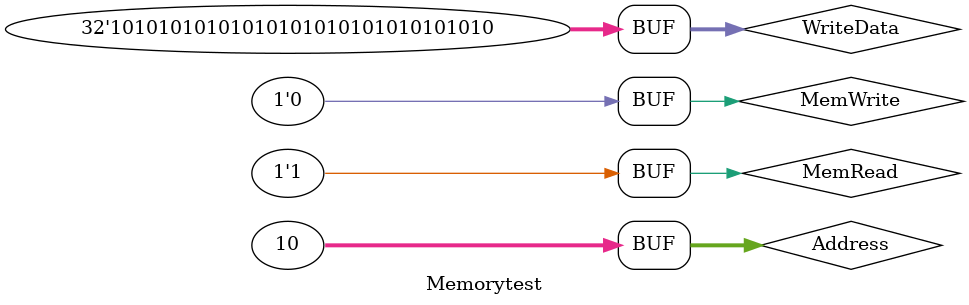
<source format=v>
`timescale 1ns / 1ps


module Memorytest;

	// Inputs
	reg MemRead;
	reg MemWrite;
	reg [31:0] Address;
	reg [31:0] WriteData;

	// Outputs
	wire [31:0] MemData;

	// Instantiate the Unit Under Test (UUT)
	Memory uut (
		.MemRead(MemRead), 
		.MemWrite(MemWrite), 
		.Address(Address), 
		.WriteData(WriteData), 
		.MemData(MemData)
	);

	initial begin
		// Initialize Inputs
		MemRead = 0;
		MemWrite = 0;
		Address = 0;
		WriteData = 0;

		// Wait 100 ns for global reset to finish
		#10;
		#5 MemWrite = 1;
		#5 Address = 10;
		#5 WriteData = 32'b10101010101010101010101010101010;
		#5 Address = 5;
		#5 MemWrite = 0;
		MemRead = 1;
		#5 Address = 10;
        
		// Add stimulus here

	end
      
endmodule


</source>
